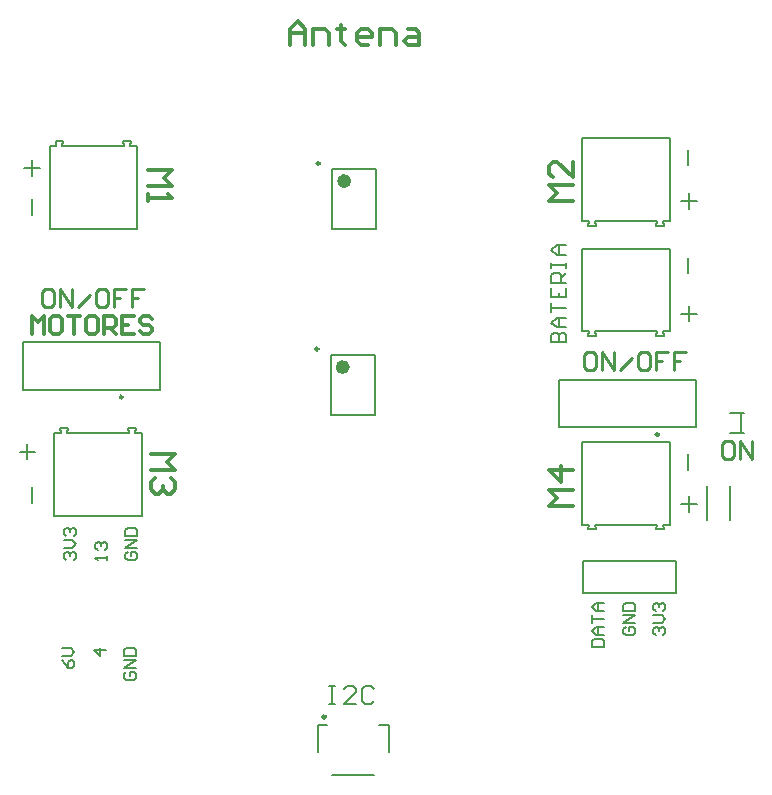
<source format=gto>
G04*
G04 #@! TF.GenerationSoftware,Altium Limited,Altium Designer,22.0.2 (36)*
G04*
G04 Layer_Color=65535*
%FSLAX23Y23*%
%MOIN*%
G70*
G04*
G04 #@! TF.SameCoordinates,F56BB060-458F-4204-93A6-019121B336C4*
G04*
G04*
G04 #@! TF.FilePolarity,Positive*
G04*
G01*
G75*
%ADD10C,0.010*%
%ADD11C,0.024*%
%ADD12C,0.012*%
%ADD13C,0.008*%
%ADD14C,0.005*%
%ADD15C,0.008*%
%ADD16C,0.012*%
%ADD17C,0.010*%
D10*
X3530Y1671D02*
G03*
X3530Y1671I-5J0D01*
G01*
X2400Y2575D02*
G03*
X2400Y2575I-5J0D01*
G01*
X1743Y1796D02*
G03*
X1743Y1796I-5J0D01*
G01*
X2395Y1956D02*
G03*
X2395Y1956I-5J0D01*
G01*
D11*
X2493Y2516D02*
G03*
X2493Y2516I-12J0D01*
G01*
X2488Y1896D02*
G03*
X2488Y1896I-12J0D01*
G01*
D12*
X2418Y730D02*
G03*
X2418Y730I-4J0D01*
G01*
D13*
X3803Y1679D02*
Y1741D01*
X3766Y1743D02*
X3814D01*
X3766Y1677D02*
X3814D01*
X3768Y1385D02*
Y1500D01*
X3692Y1385D02*
Y1500D01*
X3655Y1696D02*
Y1854D01*
X3198D02*
X3655D01*
X3198Y1696D02*
Y1854D01*
Y1696D02*
X3655D01*
X3274Y1371D02*
Y1647D01*
X3566Y1371D02*
Y1647D01*
X3274D02*
X3566D01*
X3520Y1356D02*
X3546D01*
X3543Y1371D02*
X3546Y1356D01*
X3520D02*
X3523Y1371D01*
X3543D02*
X3566D01*
X3317D02*
X3320Y1356D01*
X3294D02*
X3297Y1371D01*
X3294Y1356D02*
X3320D01*
X3274Y1371D02*
X3297D01*
X3317D02*
X3523D01*
X3274Y2015D02*
Y2290D01*
X3566Y2015D02*
Y2290D01*
X3274D02*
X3566D01*
X3520Y1999D02*
X3546D01*
X3543Y2015D02*
X3546Y1999D01*
X3520D02*
X3523Y2015D01*
X3543D02*
X3566D01*
X3317D02*
X3320Y1999D01*
X3294D02*
X3297Y2015D01*
X3294Y1999D02*
X3320D01*
X3274Y2015D02*
X3297D01*
X3317D02*
X3523D01*
X3276Y1142D02*
Y1248D01*
Y1142D02*
X3588D01*
Y1248D01*
X3276D02*
X3588D01*
X3274Y2382D02*
Y2658D01*
X3566Y2382D02*
Y2658D01*
X3274D02*
X3566D01*
X3520Y2366D02*
X3546D01*
X3543Y2382D02*
X3546Y2366D01*
X3520D02*
X3523Y2382D01*
X3543D02*
X3566D01*
X3317D02*
X3320Y2366D01*
X3294D02*
X3297Y2382D01*
X3294Y2366D02*
X3320D01*
X3274Y2382D02*
X3297D01*
X3317D02*
X3523D01*
X2442Y2355D02*
Y2556D01*
X2588Y2355D02*
Y2556D01*
X2442D02*
X2588D01*
X2442Y2355D02*
X2588D01*
X1868Y1821D02*
Y1979D01*
X1412D02*
X1868D01*
X1412Y1821D02*
Y1979D01*
Y1821D02*
X1868D01*
X1791Y2356D02*
Y2632D01*
X1499Y2356D02*
Y2632D01*
Y2356D02*
X1791D01*
X1519Y2648D02*
X1545D01*
X1519D02*
X1522Y2632D01*
X1542D02*
X1545Y2648D01*
X1499Y2632D02*
X1522D01*
X1745Y2648D02*
X1748Y2632D01*
X1768D02*
X1771Y2648D01*
X1745D02*
X1771D01*
X1768Y2632D02*
X1791D01*
X1542D02*
X1748D01*
X1806Y1401D02*
Y1676D01*
X1514Y1401D02*
Y1676D01*
Y1401D02*
X1806D01*
X1534Y1692D02*
X1560D01*
X1534D02*
X1537Y1676D01*
X1557D02*
X1560Y1692D01*
X1514Y1676D02*
X1537D01*
X1760Y1692D02*
X1763Y1676D01*
X1783D02*
X1786Y1692D01*
X1760D02*
X1786D01*
X1783Y1676D02*
X1806D01*
X1557D02*
X1763D01*
X2437Y1735D02*
Y1936D01*
X2583Y1735D02*
Y1936D01*
X2437D02*
X2583D01*
X2437Y1735D02*
X2583D01*
D14*
X2440Y535D02*
X2582D01*
X2629Y613D02*
Y702D01*
X2598D02*
X2629D01*
X2393Y613D02*
Y702D01*
X2424D01*
D15*
X1692Y1252D02*
Y1265D01*
Y1258D01*
X1652D01*
X1659Y1252D01*
Y1285D02*
X1652Y1292D01*
Y1305D01*
X1659Y1312D01*
X1665D01*
X1672Y1305D01*
Y1298D01*
Y1305D01*
X1679Y1312D01*
X1685D01*
X1692Y1305D01*
Y1292D01*
X1685Y1285D01*
X3419Y1028D02*
X3412Y1022D01*
Y1008D01*
X3419Y1002D01*
X3445D01*
X3452Y1008D01*
Y1022D01*
X3445Y1028D01*
X3432D01*
Y1015D01*
X3452Y1042D02*
X3412D01*
X3452Y1068D01*
X3412D01*
Y1082D02*
X3452D01*
Y1102D01*
X3445Y1108D01*
X3419D01*
X3412Y1102D01*
Y1082D01*
X3626Y1606D02*
Y1554D01*
X1759Y1278D02*
X1752Y1272D01*
Y1258D01*
X1759Y1252D01*
X1785D01*
X1792Y1258D01*
Y1272D01*
X1785Y1278D01*
X1772D01*
Y1265D01*
X1792Y1292D02*
X1752D01*
X1792Y1318D01*
X1752D01*
Y1332D02*
X1792D01*
Y1352D01*
X1785Y1358D01*
X1759D01*
X1752Y1352D01*
Y1332D01*
X3656Y2074D02*
X3604D01*
X3630Y2101D02*
Y2048D01*
X3656Y2449D02*
X3604D01*
X3630Y2476D02*
Y2423D01*
X3626Y2621D02*
Y2569D01*
X1451Y1614D02*
X1399D01*
X1425Y1641D02*
Y1588D01*
X1441Y2456D02*
Y2404D01*
X1687Y952D02*
X1647D01*
X1667Y932D01*
Y958D01*
X1554Y1252D02*
X1547Y1258D01*
Y1272D01*
X1554Y1278D01*
X1560D01*
X1567Y1272D01*
Y1265D01*
Y1272D01*
X1574Y1278D01*
X1580D01*
X1587Y1272D01*
Y1258D01*
X1580Y1252D01*
X1547Y1292D02*
X1574D01*
X1587Y1305D01*
X1574Y1318D01*
X1547D01*
X1554Y1332D02*
X1547Y1338D01*
Y1352D01*
X1554Y1358D01*
X1560D01*
X1567Y1352D01*
Y1345D01*
Y1352D01*
X1574Y1358D01*
X1580D01*
X1587Y1352D01*
Y1338D01*
X1580Y1332D01*
X1542Y918D02*
X1549Y905D01*
X1562Y892D01*
X1575D01*
X1582Y898D01*
Y912D01*
X1575Y918D01*
X1569D01*
X1562Y912D01*
Y892D01*
X1542Y932D02*
X1569D01*
X1582Y945D01*
X1569Y958D01*
X1542D01*
X3519Y1002D02*
X3512Y1008D01*
Y1022D01*
X3519Y1028D01*
X3525D01*
X3532Y1022D01*
Y1015D01*
Y1022D01*
X3539Y1028D01*
X3545D01*
X3552Y1022D01*
Y1008D01*
X3545Y1002D01*
X3512Y1042D02*
X3539D01*
X3552Y1055D01*
X3539Y1068D01*
X3512D01*
X3519Y1082D02*
X3512Y1088D01*
Y1102D01*
X3519Y1108D01*
X3525D01*
X3532Y1102D01*
Y1095D01*
Y1102D01*
X3539Y1108D01*
X3545D01*
X3552Y1102D01*
Y1088D01*
X3545Y1082D01*
X2430Y833D02*
X2450D01*
X2440D01*
Y773D01*
X2430D01*
X2450D01*
X2520D02*
X2480D01*
X2520Y813D01*
Y823D01*
X2510Y833D01*
X2490D01*
X2480Y823D01*
X2580D02*
X2570Y833D01*
X2550D01*
X2540Y823D01*
Y783D01*
X2550Y773D01*
X2570D01*
X2580Y783D01*
X3626Y2261D02*
Y2209D01*
X1466Y2559D02*
X1414D01*
X1440Y2586D02*
Y2533D01*
X3656Y1439D02*
X3604D01*
X3630Y1466D02*
Y1413D01*
X3172Y1978D02*
X3222D01*
Y2003D01*
X3214Y2011D01*
X3205D01*
X3197Y2003D01*
Y1978D01*
Y2003D01*
X3189Y2011D01*
X3180D01*
X3172Y2003D01*
Y1978D01*
X3222Y2028D02*
X3189D01*
X3172Y2044D01*
X3189Y2061D01*
X3222D01*
X3197D01*
Y2028D01*
X3172Y2078D02*
Y2111D01*
Y2094D01*
X3222D01*
X3172Y2161D02*
Y2128D01*
X3222D01*
Y2161D01*
X3197Y2128D02*
Y2144D01*
X3222Y2177D02*
X3172D01*
Y2202D01*
X3180Y2211D01*
X3197D01*
X3205Y2202D01*
Y2177D01*
Y2194D02*
X3222Y2211D01*
X3172Y2227D02*
Y2244D01*
Y2236D01*
X3222D01*
Y2227D01*
Y2244D01*
Y2269D02*
X3189D01*
X3172Y2286D01*
X3189Y2302D01*
X3222D01*
X3197D01*
Y2269D01*
X3307Y962D02*
X3347D01*
Y982D01*
X3340Y988D01*
X3314D01*
X3307Y982D01*
Y962D01*
X3347Y1002D02*
X3320D01*
X3307Y1015D01*
X3320Y1028D01*
X3347D01*
X3327D01*
Y1002D01*
X3307Y1042D02*
Y1068D01*
Y1055D01*
X3347D01*
Y1082D02*
X3320D01*
X3307Y1095D01*
X3320Y1108D01*
X3347D01*
X3327D01*
Y1082D01*
X1441Y1496D02*
Y1444D01*
X1754Y878D02*
X1747Y872D01*
Y858D01*
X1754Y852D01*
X1780D01*
X1787Y858D01*
Y872D01*
X1780Y878D01*
X1767D01*
Y865D01*
X1787Y892D02*
X1747D01*
X1787Y918D01*
X1747D01*
Y932D02*
X1787D01*
Y952D01*
X1780Y958D01*
X1754D01*
X1747Y952D01*
Y932D01*
D16*
X3243Y2449D02*
X3164D01*
X3191Y2476D01*
X3164Y2502D01*
X3243D01*
Y2581D02*
Y2528D01*
X3191Y2581D01*
X3177D01*
X3164Y2567D01*
Y2541D01*
X3177Y2528D01*
X3243Y1434D02*
X3164D01*
X3191Y1461D01*
X3164Y1487D01*
X3243D01*
Y1552D02*
X3164D01*
X3204Y1513D01*
Y1566D01*
X1837Y1606D02*
X1916D01*
X1889Y1579D01*
X1916Y1553D01*
X1837D01*
X1903Y1527D02*
X1916Y1514D01*
Y1488D01*
X1903Y1474D01*
X1889D01*
X1876Y1488D01*
Y1501D01*
Y1488D01*
X1863Y1474D01*
X1850D01*
X1837Y1488D01*
Y1514D01*
X1850Y1527D01*
X1440Y2007D02*
Y2067D01*
X1460Y2047D01*
X1480Y2067D01*
Y2007D01*
X1530Y2067D02*
X1510D01*
X1500Y2057D01*
Y2017D01*
X1510Y2007D01*
X1530D01*
X1540Y2017D01*
Y2057D01*
X1530Y2067D01*
X1560D02*
X1600D01*
X1580D01*
Y2007D01*
X1650Y2067D02*
X1630D01*
X1620Y2057D01*
Y2017D01*
X1630Y2007D01*
X1650D01*
X1660Y2017D01*
Y2057D01*
X1650Y2067D01*
X1680Y2007D02*
Y2067D01*
X1710D01*
X1720Y2057D01*
Y2037D01*
X1710Y2027D01*
X1680D01*
X1700D02*
X1720Y2007D01*
X1780Y2067D02*
X1740D01*
Y2007D01*
X1780D01*
X1740Y2037D02*
X1760D01*
X1840Y2057D02*
X1830Y2067D01*
X1810D01*
X1800Y2057D01*
Y2047D01*
X1810Y2037D01*
X1830D01*
X1840Y2027D01*
Y2017D01*
X1830Y2007D01*
X1810D01*
X1800Y2017D01*
X1827Y2552D02*
X1906D01*
X1879Y2526D01*
X1906Y2500D01*
X1827D01*
Y2474D02*
Y2448D01*
Y2461D01*
X1906D01*
X1893Y2474D01*
X2300Y2971D02*
Y3023D01*
X2326Y3050D01*
X2352Y3023D01*
Y2971D01*
Y3010D01*
X2300D01*
X2378Y2971D02*
Y3023D01*
X2418D01*
X2431Y3010D01*
Y2971D01*
X2470Y3037D02*
Y3023D01*
X2457D01*
X2483D01*
X2470D01*
Y2984D01*
X2483Y2971D01*
X2562D02*
X2536D01*
X2523Y2984D01*
Y3010D01*
X2536Y3023D01*
X2562D01*
X2575Y3010D01*
Y2997D01*
X2523D01*
X2601Y2971D02*
Y3023D01*
X2641D01*
X2654Y3010D01*
Y2971D01*
X2693Y3023D02*
X2719D01*
X2732Y3010D01*
Y2971D01*
X2693D01*
X2680Y2984D01*
X2693Y2997D01*
X2732D01*
D17*
X3770Y1650D02*
X3750D01*
X3740Y1640D01*
Y1600D01*
X3750Y1590D01*
X3770D01*
X3780Y1600D01*
Y1640D01*
X3770Y1650D01*
X3800Y1590D02*
Y1650D01*
X3840Y1590D01*
Y1650D01*
X3312Y1945D02*
X3292D01*
X3282Y1935D01*
Y1895D01*
X3292Y1885D01*
X3312D01*
X3322Y1895D01*
Y1935D01*
X3312Y1945D01*
X3342Y1885D02*
Y1945D01*
X3382Y1885D01*
Y1945D01*
X3402Y1885D02*
X3442Y1925D01*
X3492Y1945D02*
X3472D01*
X3462Y1935D01*
Y1895D01*
X3472Y1885D01*
X3492D01*
X3502Y1895D01*
Y1935D01*
X3492Y1945D01*
X3562D02*
X3522D01*
Y1915D01*
X3542D01*
X3522D01*
Y1885D01*
X3622Y1945D02*
X3582D01*
Y1915D01*
X3602D01*
X3582D01*
Y1885D01*
X1505Y2155D02*
X1485D01*
X1475Y2145D01*
Y2105D01*
X1485Y2095D01*
X1505D01*
X1515Y2105D01*
Y2145D01*
X1505Y2155D01*
X1535Y2095D02*
Y2155D01*
X1575Y2095D01*
Y2155D01*
X1595Y2095D02*
X1635Y2135D01*
X1685Y2155D02*
X1665D01*
X1655Y2145D01*
Y2105D01*
X1665Y2095D01*
X1685D01*
X1695Y2105D01*
Y2145D01*
X1685Y2155D01*
X1755D02*
X1715D01*
Y2125D01*
X1735D01*
X1715D01*
Y2095D01*
X1815Y2155D02*
X1775D01*
Y2125D01*
X1795D01*
X1775D01*
Y2095D01*
M02*

</source>
